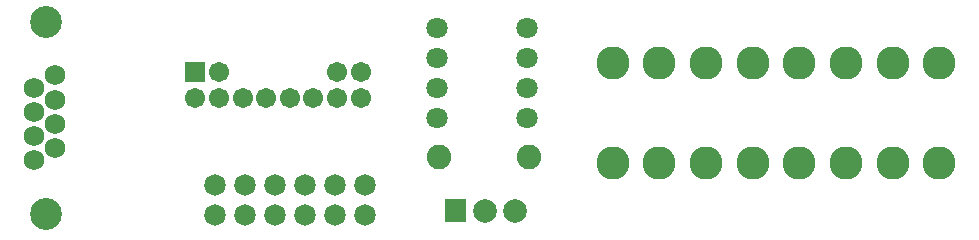
<source format=gbs>
G04 Layer: BottomSolderMaskLayer*
G04 EasyEDA v6.4.0, 2020-07-27T12:46:18--4:00*
G04 2e079c731a7a4ad983510c8d2f636924,10*
G04 Gerber Generator version 0.2*
G04 Scale: 100 percent, Rotated: No, Reflected: No *
G04 Dimensions in inches *
G04 leading zeros omitted , absolute positions ,2 integer and 4 decimal *
%FSLAX24Y24*%
%MOIN*%
G90*
G70D02*

%ADD27C,0.106425*%
%ADD28C,0.068000*%
%ADD29C,0.078866*%
%ADD31C,0.110400*%
%ADD32C,0.082000*%
%ADD33C,0.067055*%
%ADD35C,0.071937*%
%ADD36C,0.070992*%

%LPD*%
G54D27*
G01X2651Y649D03*
G01X2651Y7050D03*
G54D28*
G01X2950Y5255D03*
G01X2249Y4853D03*
G01X2950Y4452D03*
G01X2249Y4050D03*
G01X2950Y3649D03*
G01X2249Y3247D03*
G01X2950Y2846D03*
G01X2249Y2444D03*
G54D29*
G01X18300Y750D03*
G01X17300Y750D03*
G36*
G01X15950Y355D02*
G01X15950Y1144D01*
G01X16650Y1144D01*
G01X16650Y355D01*
G01X15950Y355D01*
G37*
G54D31*
G01X21555Y2344D03*
G01X23114Y2344D03*
G01X24664Y2344D03*
G01X26225Y2344D03*
G01X27775Y2344D03*
G01X29335Y2344D03*
G01X30885Y2344D03*
G01X32444Y2344D03*
G01X21555Y5655D03*
G01X23114Y5655D03*
G01X24664Y5655D03*
G01X26225Y5655D03*
G01X27775Y5655D03*
G01X29335Y5655D03*
G01X30885Y5655D03*
G01X32444Y5655D03*
G54D32*
G01X15750Y2550D03*
G01X18750Y2550D03*
G54D33*
G01X13155Y4516D03*
G01X12368Y4516D03*
G01X11580Y4516D03*
G01X10793Y4516D03*
G01X10005Y4516D03*
G01X9218Y4516D03*
G01X8431Y4516D03*
G01X7643Y4516D03*
G36*
G01X7309Y5048D02*
G01X7309Y5717D01*
G01X7980Y5717D01*
G01X7980Y5048D01*
G01X7309Y5048D01*
G37*
G01X8431Y5383D03*
G01X12368Y5383D03*
G01X13156Y5383D03*
G54D35*
G01X13300Y1600D03*
G01X13300Y600D03*
G01X12300Y1600D03*
G01X12300Y600D03*
G01X11300Y1600D03*
G01X11300Y600D03*
G01X10300Y1600D03*
G01X10300Y600D03*
G01X9300Y1600D03*
G01X9300Y600D03*
G01X8300Y1600D03*
G01X8300Y600D03*
G54D36*
G01X15700Y6850D03*
G01X15700Y5850D03*
G01X15700Y4850D03*
G01X15700Y3850D03*
G01X18700Y3850D03*
G01X18700Y4850D03*
G01X18700Y5850D03*
G01X18700Y6850D03*
M00*
M02*

</source>
